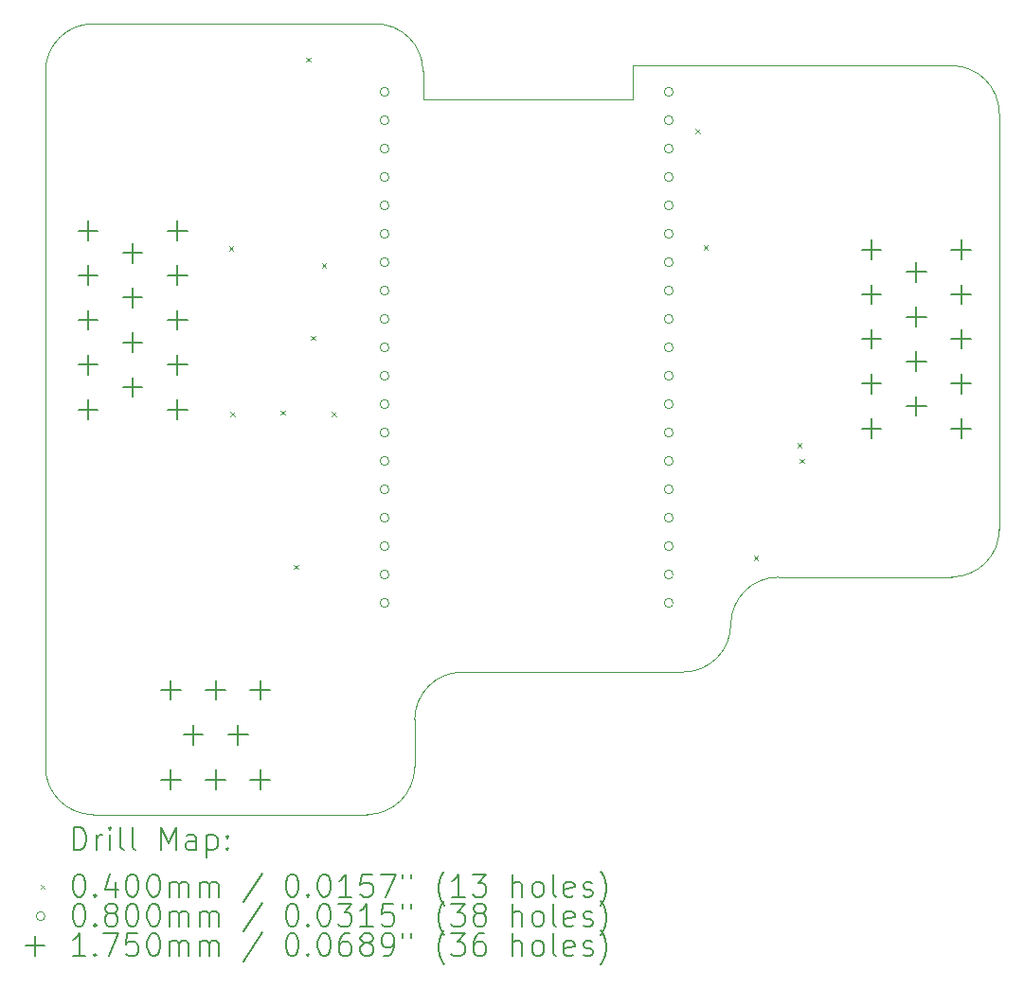
<source format=gbr>
%FSLAX45Y45*%
G04 Gerber Fmt 4.5, Leading zero omitted, Abs format (unit mm)*
G04 Created by KiCad (PCBNEW (6.0.1)) date 2022-11-29 11:46:23*
%MOMM*%
%LPD*%
G01*
G04 APERTURE LIST*
%TA.AperFunction,Profile*%
%ADD10C,0.100000*%
%TD*%
%ADD11C,0.200000*%
%ADD12C,0.040000*%
%ADD13C,0.080000*%
%ADD14C,0.175000*%
G04 APERTURE END LIST*
D10*
X14104448Y-6628704D02*
G75*
G03*
X13679448Y-6203184I-425521J0D01*
G01*
X14455000Y-12003000D02*
G75*
G03*
X14030184Y-12428552I1259J-426073D01*
G01*
X11155704Y-6203552D02*
G75*
G03*
X10730184Y-6628552I0J-425521D01*
G01*
X18829296Y-11152448D02*
G75*
G03*
X19255000Y-10728000I0J425706D01*
G01*
X15980000Y-6578000D02*
X15980000Y-6883000D01*
X10730552Y-12852296D02*
X10730184Y-7003552D01*
X15980000Y-6578000D02*
X18405000Y-6578000D01*
X14110000Y-6883000D02*
X15960000Y-6883000D01*
X13679448Y-6203184D02*
X11580000Y-6203000D01*
X19254448Y-7003704D02*
X19255000Y-10728000D01*
X16429296Y-12002448D02*
G75*
G03*
X16855184Y-11578552I-1J425894D01*
G01*
X15430000Y-12003000D02*
X14455000Y-12003000D01*
X10730552Y-12852296D02*
G75*
G03*
X11155552Y-13277816I425521J0D01*
G01*
X16429296Y-12002448D02*
X15430000Y-12003000D01*
X11580000Y-6203000D02*
X11155704Y-6203552D01*
X13604296Y-13277448D02*
G75*
G03*
X14029816Y-12852448I0J425521D01*
G01*
X15980000Y-6883000D02*
X15960000Y-6883000D01*
X11155552Y-13277816D02*
X13604296Y-13277448D01*
X14104448Y-6628704D02*
X14110000Y-6883000D01*
X18829448Y-6578184D02*
X18405000Y-6578000D01*
X10730184Y-6628552D02*
X10730184Y-7003552D01*
X14030184Y-12428552D02*
X14029816Y-12852448D01*
X19254448Y-7003704D02*
G75*
G03*
X18829448Y-6578184I-425521J0D01*
G01*
X18829296Y-11152448D02*
X17280704Y-11153552D01*
X17280704Y-11153552D02*
G75*
G03*
X16855184Y-11578552I0J-425521D01*
G01*
D11*
D12*
X12370000Y-8193000D02*
X12410000Y-8233000D01*
X12410000Y-8193000D02*
X12370000Y-8233000D01*
X12380000Y-9673000D02*
X12420000Y-9713000D01*
X12420000Y-9673000D02*
X12380000Y-9713000D01*
X12830000Y-9663000D02*
X12870000Y-9703000D01*
X12870000Y-9663000D02*
X12830000Y-9703000D01*
X12950000Y-11043000D02*
X12990000Y-11083000D01*
X12990000Y-11043000D02*
X12950000Y-11083000D01*
X13060000Y-6503000D02*
X13100000Y-6543000D01*
X13100000Y-6503000D02*
X13060000Y-6543000D01*
X13100000Y-8993000D02*
X13140000Y-9033000D01*
X13140000Y-8993000D02*
X13100000Y-9033000D01*
X13200000Y-8343000D02*
X13240000Y-8383000D01*
X13240000Y-8343000D02*
X13200000Y-8383000D01*
X13290000Y-9673000D02*
X13330000Y-9713000D01*
X13330000Y-9673000D02*
X13290000Y-9713000D01*
X16540000Y-7143000D02*
X16580000Y-7183000D01*
X16580000Y-7143000D02*
X16540000Y-7183000D01*
X16610000Y-8183000D02*
X16650000Y-8223000D01*
X16650000Y-8183000D02*
X16610000Y-8223000D01*
X17060000Y-10963000D02*
X17100000Y-11003000D01*
X17100000Y-10963000D02*
X17060000Y-11003000D01*
X17450000Y-9953000D02*
X17490000Y-9993000D01*
X17490000Y-9953000D02*
X17450000Y-9993000D01*
X17469348Y-10095000D02*
X17509348Y-10135000D01*
X17509348Y-10095000D02*
X17469348Y-10135000D01*
D13*
X13800000Y-6813000D02*
G75*
G03*
X13800000Y-6813000I-40000J0D01*
G01*
X13800000Y-7067000D02*
G75*
G03*
X13800000Y-7067000I-40000J0D01*
G01*
X13800000Y-7321000D02*
G75*
G03*
X13800000Y-7321000I-40000J0D01*
G01*
X13800000Y-7575000D02*
G75*
G03*
X13800000Y-7575000I-40000J0D01*
G01*
X13800000Y-7829000D02*
G75*
G03*
X13800000Y-7829000I-40000J0D01*
G01*
X13800000Y-8083000D02*
G75*
G03*
X13800000Y-8083000I-40000J0D01*
G01*
X13800000Y-8337000D02*
G75*
G03*
X13800000Y-8337000I-40000J0D01*
G01*
X13800000Y-8591000D02*
G75*
G03*
X13800000Y-8591000I-40000J0D01*
G01*
X13800000Y-8845000D02*
G75*
G03*
X13800000Y-8845000I-40000J0D01*
G01*
X13800000Y-9099000D02*
G75*
G03*
X13800000Y-9099000I-40000J0D01*
G01*
X13800000Y-9353000D02*
G75*
G03*
X13800000Y-9353000I-40000J0D01*
G01*
X13800000Y-9607000D02*
G75*
G03*
X13800000Y-9607000I-40000J0D01*
G01*
X13800000Y-9861000D02*
G75*
G03*
X13800000Y-9861000I-40000J0D01*
G01*
X13800000Y-10115000D02*
G75*
G03*
X13800000Y-10115000I-40000J0D01*
G01*
X13800000Y-10369000D02*
G75*
G03*
X13800000Y-10369000I-40000J0D01*
G01*
X13800000Y-10623000D02*
G75*
G03*
X13800000Y-10623000I-40000J0D01*
G01*
X13800000Y-10877000D02*
G75*
G03*
X13800000Y-10877000I-40000J0D01*
G01*
X13800000Y-11131000D02*
G75*
G03*
X13800000Y-11131000I-40000J0D01*
G01*
X13800000Y-11385000D02*
G75*
G03*
X13800000Y-11385000I-40000J0D01*
G01*
X16339632Y-11130728D02*
G75*
G03*
X16339632Y-11130728I-40000J0D01*
G01*
X16339632Y-11384728D02*
G75*
G03*
X16339632Y-11384728I-40000J0D01*
G01*
X16340000Y-6813000D02*
G75*
G03*
X16340000Y-6813000I-40000J0D01*
G01*
X16340000Y-7067000D02*
G75*
G03*
X16340000Y-7067000I-40000J0D01*
G01*
X16340000Y-7321000D02*
G75*
G03*
X16340000Y-7321000I-40000J0D01*
G01*
X16340000Y-7575000D02*
G75*
G03*
X16340000Y-7575000I-40000J0D01*
G01*
X16340000Y-7829000D02*
G75*
G03*
X16340000Y-7829000I-40000J0D01*
G01*
X16340000Y-8083000D02*
G75*
G03*
X16340000Y-8083000I-40000J0D01*
G01*
X16340000Y-8337000D02*
G75*
G03*
X16340000Y-8337000I-40000J0D01*
G01*
X16340000Y-8591000D02*
G75*
G03*
X16340000Y-8591000I-40000J0D01*
G01*
X16340000Y-8845000D02*
G75*
G03*
X16340000Y-8845000I-40000J0D01*
G01*
X16340000Y-9099000D02*
G75*
G03*
X16340000Y-9099000I-40000J0D01*
G01*
X16340000Y-9353000D02*
G75*
G03*
X16340000Y-9353000I-40000J0D01*
G01*
X16340000Y-9607000D02*
G75*
G03*
X16340000Y-9607000I-40000J0D01*
G01*
X16340000Y-9861000D02*
G75*
G03*
X16340000Y-9861000I-40000J0D01*
G01*
X16340000Y-10115000D02*
G75*
G03*
X16340000Y-10115000I-40000J0D01*
G01*
X16340000Y-10369000D02*
G75*
G03*
X16340000Y-10369000I-40000J0D01*
G01*
X16340000Y-10623000D02*
G75*
G03*
X16340000Y-10623000I-40000J0D01*
G01*
X16340000Y-10877000D02*
G75*
G03*
X16340000Y-10877000I-40000J0D01*
G01*
D14*
X11110000Y-7965500D02*
X11110000Y-8140500D01*
X11022500Y-8053000D02*
X11197500Y-8053000D01*
X11110000Y-8365500D02*
X11110000Y-8540500D01*
X11022500Y-8453000D02*
X11197500Y-8453000D01*
X11110000Y-8765500D02*
X11110000Y-8940500D01*
X11022500Y-8853000D02*
X11197500Y-8853000D01*
X11110000Y-9165500D02*
X11110000Y-9340500D01*
X11022500Y-9253000D02*
X11197500Y-9253000D01*
X11110000Y-9565500D02*
X11110000Y-9740500D01*
X11022500Y-9653000D02*
X11197500Y-9653000D01*
X11510000Y-8165500D02*
X11510000Y-8340500D01*
X11422500Y-8253000D02*
X11597500Y-8253000D01*
X11510000Y-8565500D02*
X11510000Y-8740500D01*
X11422500Y-8653000D02*
X11597500Y-8653000D01*
X11510000Y-8965500D02*
X11510000Y-9140500D01*
X11422500Y-9053000D02*
X11597500Y-9053000D01*
X11510000Y-9365500D02*
X11510000Y-9540500D01*
X11422500Y-9453000D02*
X11597500Y-9453000D01*
X11850000Y-12075500D02*
X11850000Y-12250500D01*
X11762500Y-12163000D02*
X11937500Y-12163000D01*
X11850000Y-12875500D02*
X11850000Y-13050500D01*
X11762500Y-12963000D02*
X11937500Y-12963000D01*
X11910000Y-7965500D02*
X11910000Y-8140500D01*
X11822500Y-8053000D02*
X11997500Y-8053000D01*
X11910000Y-8365500D02*
X11910000Y-8540500D01*
X11822500Y-8453000D02*
X11997500Y-8453000D01*
X11910000Y-8765500D02*
X11910000Y-8940500D01*
X11822500Y-8853000D02*
X11997500Y-8853000D01*
X11910000Y-9165500D02*
X11910000Y-9340500D01*
X11822500Y-9253000D02*
X11997500Y-9253000D01*
X11910000Y-9565500D02*
X11910000Y-9740500D01*
X11822500Y-9653000D02*
X11997500Y-9653000D01*
X12050000Y-12475500D02*
X12050000Y-12650500D01*
X11962500Y-12563000D02*
X12137500Y-12563000D01*
X12250000Y-12075500D02*
X12250000Y-12250500D01*
X12162500Y-12163000D02*
X12337500Y-12163000D01*
X12250000Y-12875500D02*
X12250000Y-13050500D01*
X12162500Y-12963000D02*
X12337500Y-12963000D01*
X12450000Y-12475500D02*
X12450000Y-12650500D01*
X12362500Y-12563000D02*
X12537500Y-12563000D01*
X12650000Y-12075500D02*
X12650000Y-12250500D01*
X12562500Y-12163000D02*
X12737500Y-12163000D01*
X12650000Y-12875500D02*
X12650000Y-13050500D01*
X12562500Y-12963000D02*
X12737500Y-12963000D01*
X18113750Y-8135500D02*
X18113750Y-8310500D01*
X18026250Y-8223000D02*
X18201250Y-8223000D01*
X18113750Y-8535500D02*
X18113750Y-8710500D01*
X18026250Y-8623000D02*
X18201250Y-8623000D01*
X18113750Y-8935500D02*
X18113750Y-9110500D01*
X18026250Y-9023000D02*
X18201250Y-9023000D01*
X18113750Y-9335500D02*
X18113750Y-9510500D01*
X18026250Y-9423000D02*
X18201250Y-9423000D01*
X18113750Y-9735500D02*
X18113750Y-9910500D01*
X18026250Y-9823000D02*
X18201250Y-9823000D01*
X18513750Y-8335500D02*
X18513750Y-8510500D01*
X18426250Y-8423000D02*
X18601250Y-8423000D01*
X18513750Y-8735500D02*
X18513750Y-8910500D01*
X18426250Y-8823000D02*
X18601250Y-8823000D01*
X18513750Y-9135500D02*
X18513750Y-9310500D01*
X18426250Y-9223000D02*
X18601250Y-9223000D01*
X18513750Y-9535500D02*
X18513750Y-9710500D01*
X18426250Y-9623000D02*
X18601250Y-9623000D01*
X18913750Y-8135500D02*
X18913750Y-8310500D01*
X18826250Y-8223000D02*
X19001250Y-8223000D01*
X18913750Y-8535500D02*
X18913750Y-8710500D01*
X18826250Y-8623000D02*
X19001250Y-8623000D01*
X18913750Y-8935500D02*
X18913750Y-9110500D01*
X18826250Y-9023000D02*
X19001250Y-9023000D01*
X18913750Y-9335500D02*
X18913750Y-9510500D01*
X18826250Y-9423000D02*
X19001250Y-9423000D01*
X18913750Y-9735500D02*
X18913750Y-9910500D01*
X18826250Y-9823000D02*
X19001250Y-9823000D01*
D11*
X10982803Y-13593292D02*
X10982803Y-13393292D01*
X11030422Y-13393292D01*
X11058994Y-13402816D01*
X11078041Y-13421864D01*
X11087565Y-13440911D01*
X11097089Y-13479006D01*
X11097089Y-13507578D01*
X11087565Y-13545673D01*
X11078041Y-13564721D01*
X11058994Y-13583768D01*
X11030422Y-13593292D01*
X10982803Y-13593292D01*
X11182803Y-13593292D02*
X11182803Y-13459959D01*
X11182803Y-13498054D02*
X11192327Y-13479006D01*
X11201851Y-13469483D01*
X11220898Y-13459959D01*
X11239946Y-13459959D01*
X11306612Y-13593292D02*
X11306612Y-13459959D01*
X11306612Y-13393292D02*
X11297089Y-13402816D01*
X11306612Y-13412340D01*
X11316136Y-13402816D01*
X11306612Y-13393292D01*
X11306612Y-13412340D01*
X11430422Y-13593292D02*
X11411374Y-13583768D01*
X11401851Y-13564721D01*
X11401851Y-13393292D01*
X11535184Y-13593292D02*
X11516136Y-13583768D01*
X11506612Y-13564721D01*
X11506612Y-13393292D01*
X11763755Y-13593292D02*
X11763755Y-13393292D01*
X11830422Y-13536149D01*
X11897089Y-13393292D01*
X11897089Y-13593292D01*
X12078041Y-13593292D02*
X12078041Y-13488530D01*
X12068517Y-13469483D01*
X12049470Y-13459959D01*
X12011374Y-13459959D01*
X11992327Y-13469483D01*
X12078041Y-13583768D02*
X12058993Y-13593292D01*
X12011374Y-13593292D01*
X11992327Y-13583768D01*
X11982803Y-13564721D01*
X11982803Y-13545673D01*
X11992327Y-13526625D01*
X12011374Y-13517102D01*
X12058993Y-13517102D01*
X12078041Y-13507578D01*
X12173279Y-13459959D02*
X12173279Y-13659959D01*
X12173279Y-13469483D02*
X12192327Y-13459959D01*
X12230422Y-13459959D01*
X12249470Y-13469483D01*
X12258993Y-13479006D01*
X12268517Y-13498054D01*
X12268517Y-13555197D01*
X12258993Y-13574244D01*
X12249470Y-13583768D01*
X12230422Y-13593292D01*
X12192327Y-13593292D01*
X12173279Y-13583768D01*
X12354232Y-13574244D02*
X12363755Y-13583768D01*
X12354232Y-13593292D01*
X12344708Y-13583768D01*
X12354232Y-13574244D01*
X12354232Y-13593292D01*
X12354232Y-13469483D02*
X12363755Y-13479006D01*
X12354232Y-13488530D01*
X12344708Y-13479006D01*
X12354232Y-13469483D01*
X12354232Y-13488530D01*
D12*
X10685184Y-13902816D02*
X10725184Y-13942816D01*
X10725184Y-13902816D02*
X10685184Y-13942816D01*
D11*
X11020898Y-13813292D02*
X11039946Y-13813292D01*
X11058994Y-13822816D01*
X11068517Y-13832340D01*
X11078041Y-13851387D01*
X11087565Y-13889483D01*
X11087565Y-13937102D01*
X11078041Y-13975197D01*
X11068517Y-13994244D01*
X11058994Y-14003768D01*
X11039946Y-14013292D01*
X11020898Y-14013292D01*
X11001851Y-14003768D01*
X10992327Y-13994244D01*
X10982803Y-13975197D01*
X10973279Y-13937102D01*
X10973279Y-13889483D01*
X10982803Y-13851387D01*
X10992327Y-13832340D01*
X11001851Y-13822816D01*
X11020898Y-13813292D01*
X11173279Y-13994244D02*
X11182803Y-14003768D01*
X11173279Y-14013292D01*
X11163755Y-14003768D01*
X11173279Y-13994244D01*
X11173279Y-14013292D01*
X11354232Y-13879959D02*
X11354232Y-14013292D01*
X11306612Y-13803768D02*
X11258993Y-13946625D01*
X11382803Y-13946625D01*
X11497089Y-13813292D02*
X11516136Y-13813292D01*
X11535184Y-13822816D01*
X11544708Y-13832340D01*
X11554232Y-13851387D01*
X11563755Y-13889483D01*
X11563755Y-13937102D01*
X11554232Y-13975197D01*
X11544708Y-13994244D01*
X11535184Y-14003768D01*
X11516136Y-14013292D01*
X11497089Y-14013292D01*
X11478041Y-14003768D01*
X11468517Y-13994244D01*
X11458993Y-13975197D01*
X11449470Y-13937102D01*
X11449470Y-13889483D01*
X11458993Y-13851387D01*
X11468517Y-13832340D01*
X11478041Y-13822816D01*
X11497089Y-13813292D01*
X11687565Y-13813292D02*
X11706612Y-13813292D01*
X11725660Y-13822816D01*
X11735184Y-13832340D01*
X11744708Y-13851387D01*
X11754232Y-13889483D01*
X11754232Y-13937102D01*
X11744708Y-13975197D01*
X11735184Y-13994244D01*
X11725660Y-14003768D01*
X11706612Y-14013292D01*
X11687565Y-14013292D01*
X11668517Y-14003768D01*
X11658993Y-13994244D01*
X11649470Y-13975197D01*
X11639946Y-13937102D01*
X11639946Y-13889483D01*
X11649470Y-13851387D01*
X11658993Y-13832340D01*
X11668517Y-13822816D01*
X11687565Y-13813292D01*
X11839946Y-14013292D02*
X11839946Y-13879959D01*
X11839946Y-13899006D02*
X11849470Y-13889483D01*
X11868517Y-13879959D01*
X11897089Y-13879959D01*
X11916136Y-13889483D01*
X11925660Y-13908530D01*
X11925660Y-14013292D01*
X11925660Y-13908530D02*
X11935184Y-13889483D01*
X11954232Y-13879959D01*
X11982803Y-13879959D01*
X12001851Y-13889483D01*
X12011374Y-13908530D01*
X12011374Y-14013292D01*
X12106612Y-14013292D02*
X12106612Y-13879959D01*
X12106612Y-13899006D02*
X12116136Y-13889483D01*
X12135184Y-13879959D01*
X12163755Y-13879959D01*
X12182803Y-13889483D01*
X12192327Y-13908530D01*
X12192327Y-14013292D01*
X12192327Y-13908530D02*
X12201851Y-13889483D01*
X12220898Y-13879959D01*
X12249470Y-13879959D01*
X12268517Y-13889483D01*
X12278041Y-13908530D01*
X12278041Y-14013292D01*
X12668517Y-13803768D02*
X12497089Y-14060911D01*
X12925660Y-13813292D02*
X12944708Y-13813292D01*
X12963755Y-13822816D01*
X12973279Y-13832340D01*
X12982803Y-13851387D01*
X12992327Y-13889483D01*
X12992327Y-13937102D01*
X12982803Y-13975197D01*
X12973279Y-13994244D01*
X12963755Y-14003768D01*
X12944708Y-14013292D01*
X12925660Y-14013292D01*
X12906612Y-14003768D01*
X12897089Y-13994244D01*
X12887565Y-13975197D01*
X12878041Y-13937102D01*
X12878041Y-13889483D01*
X12887565Y-13851387D01*
X12897089Y-13832340D01*
X12906612Y-13822816D01*
X12925660Y-13813292D01*
X13078041Y-13994244D02*
X13087565Y-14003768D01*
X13078041Y-14013292D01*
X13068517Y-14003768D01*
X13078041Y-13994244D01*
X13078041Y-14013292D01*
X13211374Y-13813292D02*
X13230422Y-13813292D01*
X13249470Y-13822816D01*
X13258993Y-13832340D01*
X13268517Y-13851387D01*
X13278041Y-13889483D01*
X13278041Y-13937102D01*
X13268517Y-13975197D01*
X13258993Y-13994244D01*
X13249470Y-14003768D01*
X13230422Y-14013292D01*
X13211374Y-14013292D01*
X13192327Y-14003768D01*
X13182803Y-13994244D01*
X13173279Y-13975197D01*
X13163755Y-13937102D01*
X13163755Y-13889483D01*
X13173279Y-13851387D01*
X13182803Y-13832340D01*
X13192327Y-13822816D01*
X13211374Y-13813292D01*
X13468517Y-14013292D02*
X13354232Y-14013292D01*
X13411374Y-14013292D02*
X13411374Y-13813292D01*
X13392327Y-13841864D01*
X13373279Y-13860911D01*
X13354232Y-13870435D01*
X13649470Y-13813292D02*
X13554232Y-13813292D01*
X13544708Y-13908530D01*
X13554232Y-13899006D01*
X13573279Y-13889483D01*
X13620898Y-13889483D01*
X13639946Y-13899006D01*
X13649470Y-13908530D01*
X13658993Y-13927578D01*
X13658993Y-13975197D01*
X13649470Y-13994244D01*
X13639946Y-14003768D01*
X13620898Y-14013292D01*
X13573279Y-14013292D01*
X13554232Y-14003768D01*
X13544708Y-13994244D01*
X13725660Y-13813292D02*
X13858993Y-13813292D01*
X13773279Y-14013292D01*
X13925660Y-13813292D02*
X13925660Y-13851387D01*
X14001851Y-13813292D02*
X14001851Y-13851387D01*
X14297089Y-14089483D02*
X14287565Y-14079959D01*
X14268517Y-14051387D01*
X14258993Y-14032340D01*
X14249470Y-14003768D01*
X14239946Y-13956149D01*
X14239946Y-13918054D01*
X14249470Y-13870435D01*
X14258993Y-13841864D01*
X14268517Y-13822816D01*
X14287565Y-13794244D01*
X14297089Y-13784721D01*
X14478041Y-14013292D02*
X14363755Y-14013292D01*
X14420898Y-14013292D02*
X14420898Y-13813292D01*
X14401851Y-13841864D01*
X14382803Y-13860911D01*
X14363755Y-13870435D01*
X14544708Y-13813292D02*
X14668517Y-13813292D01*
X14601851Y-13889483D01*
X14630422Y-13889483D01*
X14649470Y-13899006D01*
X14658993Y-13908530D01*
X14668517Y-13927578D01*
X14668517Y-13975197D01*
X14658993Y-13994244D01*
X14649470Y-14003768D01*
X14630422Y-14013292D01*
X14573279Y-14013292D01*
X14554232Y-14003768D01*
X14544708Y-13994244D01*
X14906612Y-14013292D02*
X14906612Y-13813292D01*
X14992327Y-14013292D02*
X14992327Y-13908530D01*
X14982803Y-13889483D01*
X14963755Y-13879959D01*
X14935184Y-13879959D01*
X14916136Y-13889483D01*
X14906612Y-13899006D01*
X15116136Y-14013292D02*
X15097089Y-14003768D01*
X15087565Y-13994244D01*
X15078041Y-13975197D01*
X15078041Y-13918054D01*
X15087565Y-13899006D01*
X15097089Y-13889483D01*
X15116136Y-13879959D01*
X15144708Y-13879959D01*
X15163755Y-13889483D01*
X15173279Y-13899006D01*
X15182803Y-13918054D01*
X15182803Y-13975197D01*
X15173279Y-13994244D01*
X15163755Y-14003768D01*
X15144708Y-14013292D01*
X15116136Y-14013292D01*
X15297089Y-14013292D02*
X15278041Y-14003768D01*
X15268517Y-13984721D01*
X15268517Y-13813292D01*
X15449470Y-14003768D02*
X15430422Y-14013292D01*
X15392327Y-14013292D01*
X15373279Y-14003768D01*
X15363755Y-13984721D01*
X15363755Y-13908530D01*
X15373279Y-13889483D01*
X15392327Y-13879959D01*
X15430422Y-13879959D01*
X15449470Y-13889483D01*
X15458993Y-13908530D01*
X15458993Y-13927578D01*
X15363755Y-13946625D01*
X15535184Y-14003768D02*
X15554232Y-14013292D01*
X15592327Y-14013292D01*
X15611374Y-14003768D01*
X15620898Y-13984721D01*
X15620898Y-13975197D01*
X15611374Y-13956149D01*
X15592327Y-13946625D01*
X15563755Y-13946625D01*
X15544708Y-13937102D01*
X15535184Y-13918054D01*
X15535184Y-13908530D01*
X15544708Y-13889483D01*
X15563755Y-13879959D01*
X15592327Y-13879959D01*
X15611374Y-13889483D01*
X15687565Y-14089483D02*
X15697089Y-14079959D01*
X15716136Y-14051387D01*
X15725660Y-14032340D01*
X15735184Y-14003768D01*
X15744708Y-13956149D01*
X15744708Y-13918054D01*
X15735184Y-13870435D01*
X15725660Y-13841864D01*
X15716136Y-13822816D01*
X15697089Y-13794244D01*
X15687565Y-13784721D01*
D13*
X10725184Y-14186816D02*
G75*
G03*
X10725184Y-14186816I-40000J0D01*
G01*
D11*
X11020898Y-14077292D02*
X11039946Y-14077292D01*
X11058994Y-14086816D01*
X11068517Y-14096340D01*
X11078041Y-14115387D01*
X11087565Y-14153483D01*
X11087565Y-14201102D01*
X11078041Y-14239197D01*
X11068517Y-14258244D01*
X11058994Y-14267768D01*
X11039946Y-14277292D01*
X11020898Y-14277292D01*
X11001851Y-14267768D01*
X10992327Y-14258244D01*
X10982803Y-14239197D01*
X10973279Y-14201102D01*
X10973279Y-14153483D01*
X10982803Y-14115387D01*
X10992327Y-14096340D01*
X11001851Y-14086816D01*
X11020898Y-14077292D01*
X11173279Y-14258244D02*
X11182803Y-14267768D01*
X11173279Y-14277292D01*
X11163755Y-14267768D01*
X11173279Y-14258244D01*
X11173279Y-14277292D01*
X11297089Y-14163006D02*
X11278041Y-14153483D01*
X11268517Y-14143959D01*
X11258993Y-14124911D01*
X11258993Y-14115387D01*
X11268517Y-14096340D01*
X11278041Y-14086816D01*
X11297089Y-14077292D01*
X11335184Y-14077292D01*
X11354232Y-14086816D01*
X11363755Y-14096340D01*
X11373279Y-14115387D01*
X11373279Y-14124911D01*
X11363755Y-14143959D01*
X11354232Y-14153483D01*
X11335184Y-14163006D01*
X11297089Y-14163006D01*
X11278041Y-14172530D01*
X11268517Y-14182054D01*
X11258993Y-14201102D01*
X11258993Y-14239197D01*
X11268517Y-14258244D01*
X11278041Y-14267768D01*
X11297089Y-14277292D01*
X11335184Y-14277292D01*
X11354232Y-14267768D01*
X11363755Y-14258244D01*
X11373279Y-14239197D01*
X11373279Y-14201102D01*
X11363755Y-14182054D01*
X11354232Y-14172530D01*
X11335184Y-14163006D01*
X11497089Y-14077292D02*
X11516136Y-14077292D01*
X11535184Y-14086816D01*
X11544708Y-14096340D01*
X11554232Y-14115387D01*
X11563755Y-14153483D01*
X11563755Y-14201102D01*
X11554232Y-14239197D01*
X11544708Y-14258244D01*
X11535184Y-14267768D01*
X11516136Y-14277292D01*
X11497089Y-14277292D01*
X11478041Y-14267768D01*
X11468517Y-14258244D01*
X11458993Y-14239197D01*
X11449470Y-14201102D01*
X11449470Y-14153483D01*
X11458993Y-14115387D01*
X11468517Y-14096340D01*
X11478041Y-14086816D01*
X11497089Y-14077292D01*
X11687565Y-14077292D02*
X11706612Y-14077292D01*
X11725660Y-14086816D01*
X11735184Y-14096340D01*
X11744708Y-14115387D01*
X11754232Y-14153483D01*
X11754232Y-14201102D01*
X11744708Y-14239197D01*
X11735184Y-14258244D01*
X11725660Y-14267768D01*
X11706612Y-14277292D01*
X11687565Y-14277292D01*
X11668517Y-14267768D01*
X11658993Y-14258244D01*
X11649470Y-14239197D01*
X11639946Y-14201102D01*
X11639946Y-14153483D01*
X11649470Y-14115387D01*
X11658993Y-14096340D01*
X11668517Y-14086816D01*
X11687565Y-14077292D01*
X11839946Y-14277292D02*
X11839946Y-14143959D01*
X11839946Y-14163006D02*
X11849470Y-14153483D01*
X11868517Y-14143959D01*
X11897089Y-14143959D01*
X11916136Y-14153483D01*
X11925660Y-14172530D01*
X11925660Y-14277292D01*
X11925660Y-14172530D02*
X11935184Y-14153483D01*
X11954232Y-14143959D01*
X11982803Y-14143959D01*
X12001851Y-14153483D01*
X12011374Y-14172530D01*
X12011374Y-14277292D01*
X12106612Y-14277292D02*
X12106612Y-14143959D01*
X12106612Y-14163006D02*
X12116136Y-14153483D01*
X12135184Y-14143959D01*
X12163755Y-14143959D01*
X12182803Y-14153483D01*
X12192327Y-14172530D01*
X12192327Y-14277292D01*
X12192327Y-14172530D02*
X12201851Y-14153483D01*
X12220898Y-14143959D01*
X12249470Y-14143959D01*
X12268517Y-14153483D01*
X12278041Y-14172530D01*
X12278041Y-14277292D01*
X12668517Y-14067768D02*
X12497089Y-14324911D01*
X12925660Y-14077292D02*
X12944708Y-14077292D01*
X12963755Y-14086816D01*
X12973279Y-14096340D01*
X12982803Y-14115387D01*
X12992327Y-14153483D01*
X12992327Y-14201102D01*
X12982803Y-14239197D01*
X12973279Y-14258244D01*
X12963755Y-14267768D01*
X12944708Y-14277292D01*
X12925660Y-14277292D01*
X12906612Y-14267768D01*
X12897089Y-14258244D01*
X12887565Y-14239197D01*
X12878041Y-14201102D01*
X12878041Y-14153483D01*
X12887565Y-14115387D01*
X12897089Y-14096340D01*
X12906612Y-14086816D01*
X12925660Y-14077292D01*
X13078041Y-14258244D02*
X13087565Y-14267768D01*
X13078041Y-14277292D01*
X13068517Y-14267768D01*
X13078041Y-14258244D01*
X13078041Y-14277292D01*
X13211374Y-14077292D02*
X13230422Y-14077292D01*
X13249470Y-14086816D01*
X13258993Y-14096340D01*
X13268517Y-14115387D01*
X13278041Y-14153483D01*
X13278041Y-14201102D01*
X13268517Y-14239197D01*
X13258993Y-14258244D01*
X13249470Y-14267768D01*
X13230422Y-14277292D01*
X13211374Y-14277292D01*
X13192327Y-14267768D01*
X13182803Y-14258244D01*
X13173279Y-14239197D01*
X13163755Y-14201102D01*
X13163755Y-14153483D01*
X13173279Y-14115387D01*
X13182803Y-14096340D01*
X13192327Y-14086816D01*
X13211374Y-14077292D01*
X13344708Y-14077292D02*
X13468517Y-14077292D01*
X13401851Y-14153483D01*
X13430422Y-14153483D01*
X13449470Y-14163006D01*
X13458993Y-14172530D01*
X13468517Y-14191578D01*
X13468517Y-14239197D01*
X13458993Y-14258244D01*
X13449470Y-14267768D01*
X13430422Y-14277292D01*
X13373279Y-14277292D01*
X13354232Y-14267768D01*
X13344708Y-14258244D01*
X13658993Y-14277292D02*
X13544708Y-14277292D01*
X13601851Y-14277292D02*
X13601851Y-14077292D01*
X13582803Y-14105864D01*
X13563755Y-14124911D01*
X13544708Y-14134435D01*
X13839946Y-14077292D02*
X13744708Y-14077292D01*
X13735184Y-14172530D01*
X13744708Y-14163006D01*
X13763755Y-14153483D01*
X13811374Y-14153483D01*
X13830422Y-14163006D01*
X13839946Y-14172530D01*
X13849470Y-14191578D01*
X13849470Y-14239197D01*
X13839946Y-14258244D01*
X13830422Y-14267768D01*
X13811374Y-14277292D01*
X13763755Y-14277292D01*
X13744708Y-14267768D01*
X13735184Y-14258244D01*
X13925660Y-14077292D02*
X13925660Y-14115387D01*
X14001851Y-14077292D02*
X14001851Y-14115387D01*
X14297089Y-14353483D02*
X14287565Y-14343959D01*
X14268517Y-14315387D01*
X14258993Y-14296340D01*
X14249470Y-14267768D01*
X14239946Y-14220149D01*
X14239946Y-14182054D01*
X14249470Y-14134435D01*
X14258993Y-14105864D01*
X14268517Y-14086816D01*
X14287565Y-14058244D01*
X14297089Y-14048721D01*
X14354232Y-14077292D02*
X14478041Y-14077292D01*
X14411374Y-14153483D01*
X14439946Y-14153483D01*
X14458993Y-14163006D01*
X14468517Y-14172530D01*
X14478041Y-14191578D01*
X14478041Y-14239197D01*
X14468517Y-14258244D01*
X14458993Y-14267768D01*
X14439946Y-14277292D01*
X14382803Y-14277292D01*
X14363755Y-14267768D01*
X14354232Y-14258244D01*
X14592327Y-14163006D02*
X14573279Y-14153483D01*
X14563755Y-14143959D01*
X14554232Y-14124911D01*
X14554232Y-14115387D01*
X14563755Y-14096340D01*
X14573279Y-14086816D01*
X14592327Y-14077292D01*
X14630422Y-14077292D01*
X14649470Y-14086816D01*
X14658993Y-14096340D01*
X14668517Y-14115387D01*
X14668517Y-14124911D01*
X14658993Y-14143959D01*
X14649470Y-14153483D01*
X14630422Y-14163006D01*
X14592327Y-14163006D01*
X14573279Y-14172530D01*
X14563755Y-14182054D01*
X14554232Y-14201102D01*
X14554232Y-14239197D01*
X14563755Y-14258244D01*
X14573279Y-14267768D01*
X14592327Y-14277292D01*
X14630422Y-14277292D01*
X14649470Y-14267768D01*
X14658993Y-14258244D01*
X14668517Y-14239197D01*
X14668517Y-14201102D01*
X14658993Y-14182054D01*
X14649470Y-14172530D01*
X14630422Y-14163006D01*
X14906612Y-14277292D02*
X14906612Y-14077292D01*
X14992327Y-14277292D02*
X14992327Y-14172530D01*
X14982803Y-14153483D01*
X14963755Y-14143959D01*
X14935184Y-14143959D01*
X14916136Y-14153483D01*
X14906612Y-14163006D01*
X15116136Y-14277292D02*
X15097089Y-14267768D01*
X15087565Y-14258244D01*
X15078041Y-14239197D01*
X15078041Y-14182054D01*
X15087565Y-14163006D01*
X15097089Y-14153483D01*
X15116136Y-14143959D01*
X15144708Y-14143959D01*
X15163755Y-14153483D01*
X15173279Y-14163006D01*
X15182803Y-14182054D01*
X15182803Y-14239197D01*
X15173279Y-14258244D01*
X15163755Y-14267768D01*
X15144708Y-14277292D01*
X15116136Y-14277292D01*
X15297089Y-14277292D02*
X15278041Y-14267768D01*
X15268517Y-14248721D01*
X15268517Y-14077292D01*
X15449470Y-14267768D02*
X15430422Y-14277292D01*
X15392327Y-14277292D01*
X15373279Y-14267768D01*
X15363755Y-14248721D01*
X15363755Y-14172530D01*
X15373279Y-14153483D01*
X15392327Y-14143959D01*
X15430422Y-14143959D01*
X15449470Y-14153483D01*
X15458993Y-14172530D01*
X15458993Y-14191578D01*
X15363755Y-14210625D01*
X15535184Y-14267768D02*
X15554232Y-14277292D01*
X15592327Y-14277292D01*
X15611374Y-14267768D01*
X15620898Y-14248721D01*
X15620898Y-14239197D01*
X15611374Y-14220149D01*
X15592327Y-14210625D01*
X15563755Y-14210625D01*
X15544708Y-14201102D01*
X15535184Y-14182054D01*
X15535184Y-14172530D01*
X15544708Y-14153483D01*
X15563755Y-14143959D01*
X15592327Y-14143959D01*
X15611374Y-14153483D01*
X15687565Y-14353483D02*
X15697089Y-14343959D01*
X15716136Y-14315387D01*
X15725660Y-14296340D01*
X15735184Y-14267768D01*
X15744708Y-14220149D01*
X15744708Y-14182054D01*
X15735184Y-14134435D01*
X15725660Y-14105864D01*
X15716136Y-14086816D01*
X15697089Y-14058244D01*
X15687565Y-14048721D01*
D14*
X10637684Y-14363316D02*
X10637684Y-14538316D01*
X10550184Y-14450816D02*
X10725184Y-14450816D01*
D11*
X11087565Y-14541292D02*
X10973279Y-14541292D01*
X11030422Y-14541292D02*
X11030422Y-14341292D01*
X11011374Y-14369864D01*
X10992327Y-14388911D01*
X10973279Y-14398435D01*
X11173279Y-14522244D02*
X11182803Y-14531768D01*
X11173279Y-14541292D01*
X11163755Y-14531768D01*
X11173279Y-14522244D01*
X11173279Y-14541292D01*
X11249470Y-14341292D02*
X11382803Y-14341292D01*
X11297089Y-14541292D01*
X11554232Y-14341292D02*
X11458993Y-14341292D01*
X11449470Y-14436530D01*
X11458993Y-14427006D01*
X11478041Y-14417483D01*
X11525660Y-14417483D01*
X11544708Y-14427006D01*
X11554232Y-14436530D01*
X11563755Y-14455578D01*
X11563755Y-14503197D01*
X11554232Y-14522244D01*
X11544708Y-14531768D01*
X11525660Y-14541292D01*
X11478041Y-14541292D01*
X11458993Y-14531768D01*
X11449470Y-14522244D01*
X11687565Y-14341292D02*
X11706612Y-14341292D01*
X11725660Y-14350816D01*
X11735184Y-14360340D01*
X11744708Y-14379387D01*
X11754232Y-14417483D01*
X11754232Y-14465102D01*
X11744708Y-14503197D01*
X11735184Y-14522244D01*
X11725660Y-14531768D01*
X11706612Y-14541292D01*
X11687565Y-14541292D01*
X11668517Y-14531768D01*
X11658993Y-14522244D01*
X11649470Y-14503197D01*
X11639946Y-14465102D01*
X11639946Y-14417483D01*
X11649470Y-14379387D01*
X11658993Y-14360340D01*
X11668517Y-14350816D01*
X11687565Y-14341292D01*
X11839946Y-14541292D02*
X11839946Y-14407959D01*
X11839946Y-14427006D02*
X11849470Y-14417483D01*
X11868517Y-14407959D01*
X11897089Y-14407959D01*
X11916136Y-14417483D01*
X11925660Y-14436530D01*
X11925660Y-14541292D01*
X11925660Y-14436530D02*
X11935184Y-14417483D01*
X11954232Y-14407959D01*
X11982803Y-14407959D01*
X12001851Y-14417483D01*
X12011374Y-14436530D01*
X12011374Y-14541292D01*
X12106612Y-14541292D02*
X12106612Y-14407959D01*
X12106612Y-14427006D02*
X12116136Y-14417483D01*
X12135184Y-14407959D01*
X12163755Y-14407959D01*
X12182803Y-14417483D01*
X12192327Y-14436530D01*
X12192327Y-14541292D01*
X12192327Y-14436530D02*
X12201851Y-14417483D01*
X12220898Y-14407959D01*
X12249470Y-14407959D01*
X12268517Y-14417483D01*
X12278041Y-14436530D01*
X12278041Y-14541292D01*
X12668517Y-14331768D02*
X12497089Y-14588911D01*
X12925660Y-14341292D02*
X12944708Y-14341292D01*
X12963755Y-14350816D01*
X12973279Y-14360340D01*
X12982803Y-14379387D01*
X12992327Y-14417483D01*
X12992327Y-14465102D01*
X12982803Y-14503197D01*
X12973279Y-14522244D01*
X12963755Y-14531768D01*
X12944708Y-14541292D01*
X12925660Y-14541292D01*
X12906612Y-14531768D01*
X12897089Y-14522244D01*
X12887565Y-14503197D01*
X12878041Y-14465102D01*
X12878041Y-14417483D01*
X12887565Y-14379387D01*
X12897089Y-14360340D01*
X12906612Y-14350816D01*
X12925660Y-14341292D01*
X13078041Y-14522244D02*
X13087565Y-14531768D01*
X13078041Y-14541292D01*
X13068517Y-14531768D01*
X13078041Y-14522244D01*
X13078041Y-14541292D01*
X13211374Y-14341292D02*
X13230422Y-14341292D01*
X13249470Y-14350816D01*
X13258993Y-14360340D01*
X13268517Y-14379387D01*
X13278041Y-14417483D01*
X13278041Y-14465102D01*
X13268517Y-14503197D01*
X13258993Y-14522244D01*
X13249470Y-14531768D01*
X13230422Y-14541292D01*
X13211374Y-14541292D01*
X13192327Y-14531768D01*
X13182803Y-14522244D01*
X13173279Y-14503197D01*
X13163755Y-14465102D01*
X13163755Y-14417483D01*
X13173279Y-14379387D01*
X13182803Y-14360340D01*
X13192327Y-14350816D01*
X13211374Y-14341292D01*
X13449470Y-14341292D02*
X13411374Y-14341292D01*
X13392327Y-14350816D01*
X13382803Y-14360340D01*
X13363755Y-14388911D01*
X13354232Y-14427006D01*
X13354232Y-14503197D01*
X13363755Y-14522244D01*
X13373279Y-14531768D01*
X13392327Y-14541292D01*
X13430422Y-14541292D01*
X13449470Y-14531768D01*
X13458993Y-14522244D01*
X13468517Y-14503197D01*
X13468517Y-14455578D01*
X13458993Y-14436530D01*
X13449470Y-14427006D01*
X13430422Y-14417483D01*
X13392327Y-14417483D01*
X13373279Y-14427006D01*
X13363755Y-14436530D01*
X13354232Y-14455578D01*
X13582803Y-14427006D02*
X13563755Y-14417483D01*
X13554232Y-14407959D01*
X13544708Y-14388911D01*
X13544708Y-14379387D01*
X13554232Y-14360340D01*
X13563755Y-14350816D01*
X13582803Y-14341292D01*
X13620898Y-14341292D01*
X13639946Y-14350816D01*
X13649470Y-14360340D01*
X13658993Y-14379387D01*
X13658993Y-14388911D01*
X13649470Y-14407959D01*
X13639946Y-14417483D01*
X13620898Y-14427006D01*
X13582803Y-14427006D01*
X13563755Y-14436530D01*
X13554232Y-14446054D01*
X13544708Y-14465102D01*
X13544708Y-14503197D01*
X13554232Y-14522244D01*
X13563755Y-14531768D01*
X13582803Y-14541292D01*
X13620898Y-14541292D01*
X13639946Y-14531768D01*
X13649470Y-14522244D01*
X13658993Y-14503197D01*
X13658993Y-14465102D01*
X13649470Y-14446054D01*
X13639946Y-14436530D01*
X13620898Y-14427006D01*
X13754232Y-14541292D02*
X13792327Y-14541292D01*
X13811374Y-14531768D01*
X13820898Y-14522244D01*
X13839946Y-14493673D01*
X13849470Y-14455578D01*
X13849470Y-14379387D01*
X13839946Y-14360340D01*
X13830422Y-14350816D01*
X13811374Y-14341292D01*
X13773279Y-14341292D01*
X13754232Y-14350816D01*
X13744708Y-14360340D01*
X13735184Y-14379387D01*
X13735184Y-14427006D01*
X13744708Y-14446054D01*
X13754232Y-14455578D01*
X13773279Y-14465102D01*
X13811374Y-14465102D01*
X13830422Y-14455578D01*
X13839946Y-14446054D01*
X13849470Y-14427006D01*
X13925660Y-14341292D02*
X13925660Y-14379387D01*
X14001851Y-14341292D02*
X14001851Y-14379387D01*
X14297089Y-14617483D02*
X14287565Y-14607959D01*
X14268517Y-14579387D01*
X14258993Y-14560340D01*
X14249470Y-14531768D01*
X14239946Y-14484149D01*
X14239946Y-14446054D01*
X14249470Y-14398435D01*
X14258993Y-14369864D01*
X14268517Y-14350816D01*
X14287565Y-14322244D01*
X14297089Y-14312721D01*
X14354232Y-14341292D02*
X14478041Y-14341292D01*
X14411374Y-14417483D01*
X14439946Y-14417483D01*
X14458993Y-14427006D01*
X14468517Y-14436530D01*
X14478041Y-14455578D01*
X14478041Y-14503197D01*
X14468517Y-14522244D01*
X14458993Y-14531768D01*
X14439946Y-14541292D01*
X14382803Y-14541292D01*
X14363755Y-14531768D01*
X14354232Y-14522244D01*
X14649470Y-14341292D02*
X14611374Y-14341292D01*
X14592327Y-14350816D01*
X14582803Y-14360340D01*
X14563755Y-14388911D01*
X14554232Y-14427006D01*
X14554232Y-14503197D01*
X14563755Y-14522244D01*
X14573279Y-14531768D01*
X14592327Y-14541292D01*
X14630422Y-14541292D01*
X14649470Y-14531768D01*
X14658993Y-14522244D01*
X14668517Y-14503197D01*
X14668517Y-14455578D01*
X14658993Y-14436530D01*
X14649470Y-14427006D01*
X14630422Y-14417483D01*
X14592327Y-14417483D01*
X14573279Y-14427006D01*
X14563755Y-14436530D01*
X14554232Y-14455578D01*
X14906612Y-14541292D02*
X14906612Y-14341292D01*
X14992327Y-14541292D02*
X14992327Y-14436530D01*
X14982803Y-14417483D01*
X14963755Y-14407959D01*
X14935184Y-14407959D01*
X14916136Y-14417483D01*
X14906612Y-14427006D01*
X15116136Y-14541292D02*
X15097089Y-14531768D01*
X15087565Y-14522244D01*
X15078041Y-14503197D01*
X15078041Y-14446054D01*
X15087565Y-14427006D01*
X15097089Y-14417483D01*
X15116136Y-14407959D01*
X15144708Y-14407959D01*
X15163755Y-14417483D01*
X15173279Y-14427006D01*
X15182803Y-14446054D01*
X15182803Y-14503197D01*
X15173279Y-14522244D01*
X15163755Y-14531768D01*
X15144708Y-14541292D01*
X15116136Y-14541292D01*
X15297089Y-14541292D02*
X15278041Y-14531768D01*
X15268517Y-14512721D01*
X15268517Y-14341292D01*
X15449470Y-14531768D02*
X15430422Y-14541292D01*
X15392327Y-14541292D01*
X15373279Y-14531768D01*
X15363755Y-14512721D01*
X15363755Y-14436530D01*
X15373279Y-14417483D01*
X15392327Y-14407959D01*
X15430422Y-14407959D01*
X15449470Y-14417483D01*
X15458993Y-14436530D01*
X15458993Y-14455578D01*
X15363755Y-14474625D01*
X15535184Y-14531768D02*
X15554232Y-14541292D01*
X15592327Y-14541292D01*
X15611374Y-14531768D01*
X15620898Y-14512721D01*
X15620898Y-14503197D01*
X15611374Y-14484149D01*
X15592327Y-14474625D01*
X15563755Y-14474625D01*
X15544708Y-14465102D01*
X15535184Y-14446054D01*
X15535184Y-14436530D01*
X15544708Y-14417483D01*
X15563755Y-14407959D01*
X15592327Y-14407959D01*
X15611374Y-14417483D01*
X15687565Y-14617483D02*
X15697089Y-14607959D01*
X15716136Y-14579387D01*
X15725660Y-14560340D01*
X15735184Y-14531768D01*
X15744708Y-14484149D01*
X15744708Y-14446054D01*
X15735184Y-14398435D01*
X15725660Y-14369864D01*
X15716136Y-14350816D01*
X15697089Y-14322244D01*
X15687565Y-14312721D01*
M02*

</source>
